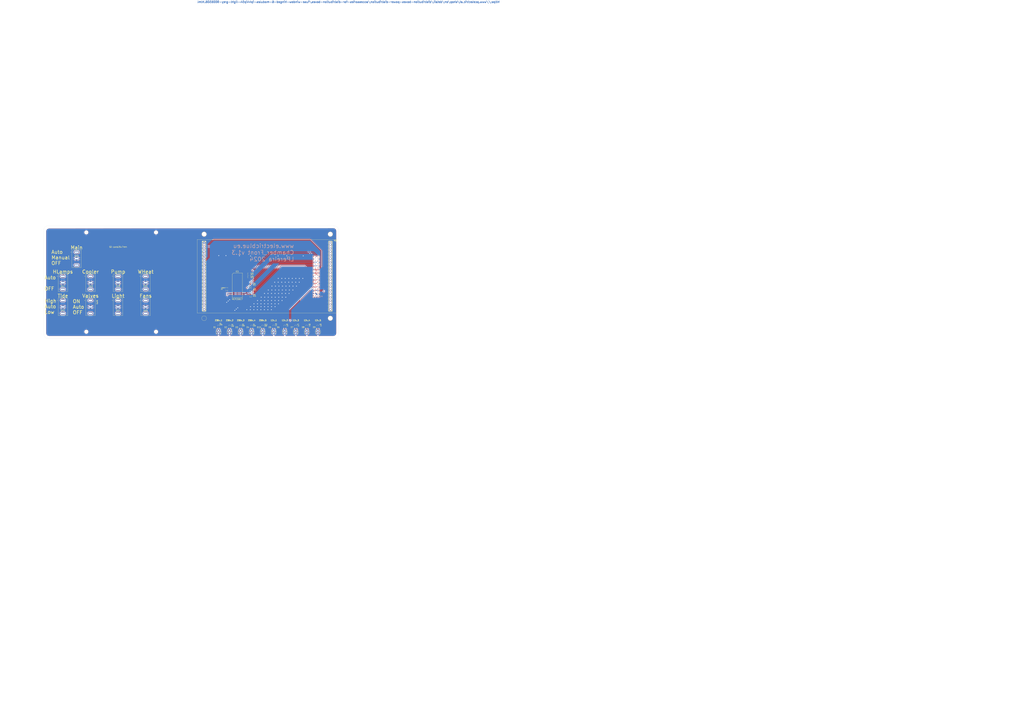
<source format=kicad_pcb>
(kicad_pcb (version 20240108) (generator "pcbnew") (generator_version "8.0")
  (layers (0 "F.Cu" signal) (31 "B.Cu" signal) (34 "B.Paste" user) (35 "F.Paste" user) (36 "B.SilkS" user "B.Silkscreen") (37 "F.SilkS" user "F.Silkscreen") (38 "B.Mask" user) (39 "F.Mask" user) (44 "Edge.Cuts" user))
  (net 0 "")
  (net 1 "Net-(D1-A)")
  (net 2 "Net-(D2-A)")
  (net 3 "Net-(D3-A)")
  (net 4 "Net-(D4-A)")
  (net 5 "Net-(D5-A)")
  (net 6 "Net-(D6-A)")
  (net 7 "Net-(D7-A)")
  (net 8 "Net-(D8-A)")
  (net 9 "Net-(D9-A)")
  (net 10 "/Switches/FAN_Manual_ON")
  (net 11 "/Switches/Light_Manual_OFF")
  (net 12 "/Switches/Light_Manual_ON")
  (net 13 "GND")
  (net 14 "/I2C_SDA")
  (net 15 "/I2C_SCL")
  (net 16 "/Switches/FAN_Manual_OFF")
  (net 17 "/Switches/Water_Heat_Manual_OFF")
  (net 18 "/Switches/Heat_Lamp_Manual_OFF")
  (net 19 "/Switches/Tide_Manual_LOW")
  (net 20 "/Switches/Tide_Manual_HIGH")
  (net 21 "/Switches/All_OFF")
  (net 22 "/Switches/All_Manual")
  (net 23 "/LED_12v_5")
  (net 24 "/LED_12v_4")
  (net 25 "/LED_12v_3")
  (net 26 "/LED_12v_2")
  (net 27 "/LED_12v_1")
  (net 28 "/LED_230v_4")
  (net 29 "/LED_230v_3")
  (net 30 "/LED_230v_2")
  (net 31 "/LED_230v_1")
  (net 32 "/SPI_SCK")
  (net 33 "/SPI_MISO")
  (net 34 "/SPI_MOSI")
  (net 35 "/SPI_CS_TFT")
  (net 36 "/DC_TFT")
  (net 37 "Net-(D10-A)")
  (net 39 "/Int_Sw1")
  (net 41 "Net-(IC1-A0)")
  (net 42 "/Switches/Water_Chiller_OFF")
  (net 43 "+3.3V")
  (net 44 "/Switches/Valves_Manual_Out")
  (net 45 "/Int_Sw2")
  (net 46 "/Switches/Valves_Manual_Enter")
  (net 47 "Net-(IC1-GA6)")
  (net 48 "/Switches/Chiller_Pump_OFF")
  (net 49 "Net-(IC1-GA7)")
  (net 50 "/LED_230v_5")
  (net 83 "+5V")
  (footprint "lsts-passives:R_0603" (layer "F.Cu") (at 166.75 123.7 90)
    (property "Reference" "R1")
    (property "Value" "330")
  )
  (footprint "lsts-passives:R_0603" (layer "F.Cu") (at 182.75 123.7 90)
    (property "Reference" "R3")
    (property "Value" "330")
  )
  (footprint "lsts-passives:R_0603" (layer "F.Cu") (at 190.75 123.7 90)
    (property "Reference" "R4")
    (property "Value" "330")
  )
  (footprint "lsts-passives:R_0603" (layer "F.Cu") (at 206.75 123.7 90)
    (property "Reference" "R5")
    (property "Value" "1k")
  )
  (footprint "lsts-passives:R_0603" (layer "F.Cu") (at 214.75 123.7 90)
    (property "Reference" "R6")
    (property "Value" "1k")
  )
  (footprint "lsts-passives:R_0603" (layer "F.Cu") (at 222.75 123.7 90)
    (property "Reference" "R7")
    (property "Value" "1k")
  )
  (footprint "lsts-passives:R_0603" (layer "F.Cu") (at 230.75 123.7 90)
    (property "Reference" "R8")
    (property "Value" "1k")
  )
  (footprint "lsts-passives:R_0603" (layer "F.Cu") (at 238.75 123.7 90)
    (property "Reference" "R9")
    (property "Value" "1k")
  )
  (footprint "lsts-passives:R_0603" (layer "F.Cu") (at 198.75 123.7 90)
    (property "Reference" "R10")
    (property "Value" "330")
  )
  (footprint "lsts-passives:R_0603" (layer "F.Cu") (at 174.75 123.7 90)
    (property "Reference" "R2")
    (property "Value" "330")
  )
  (footprint "lsts-discretes:LED_D3.0mm" (layer "F.Cu") (at 166.8 126.2 -90)
    (property "Reference" "D1")
    (property "Value" "LED" (hide yes))
  )
  (footprint "lsts-discretes:LED_D3.0mm" (layer "F.Cu") (at 174.8 126.2 -90)
    (property "Reference" "D2")
    (property "Value" "LED" (hide yes))
  )
  (footprint "lsts-discretes:LED_D3.0mm" (layer "F.Cu") (at 182.8 126.26 -90)
    (property "Reference" "D3")
    (property "Value" "LED" (hide yes))
  )
  (footprint "lsts-discretes:LED_D3.0mm" (layer "F.Cu") (at 190.8 126.2 -90)
    (property "Reference" "D4")
    (property "Value" "LED" (hide yes))
  )
  (footprint "lsts-discretes:LED_D3.0mm" (layer "F.Cu") (at 206.8 126.2 -90)
    (property "Reference" "D5")
    (property "Value" "LED" (hide yes))
  )
  (footprint "lsts-discretes:LED_D3.0mm" (layer "F.Cu") (at 214.8 126.2 -90)
    (property "Reference" "D6")
    (property "Value" "LED" (hide yes))
  )
  (footprint "lsts-discretes:LED_D3.0mm" (layer "F.Cu") (at 222.8 126.2 -90)
    (property "Reference" "D7")
    (property "Value" "LED" (hide yes))
  )
  (footprint "lsts-discretes:LED_D3.0mm" (layer "F.Cu") (at 230.8 126.2 -90)
    (property "Reference" "D8")
    (property "Value" "LED" (hide yes))
  )
  (footprint "lsts-discretes:LED_D3.0mm" (layer "F.Cu") (at 238.8 126.2 -90)
    (property "Reference" "D9")
    (property "Value" "LED" (hide yes))
  )
  (footprint "lsts-passives:C_0603" (layer "F.Cu") (at 172.81 96.3 -90)
    (property "Reference" "C1")
    (property "Value" "100nF")
  )
  (footprint "lsts-passives:R_0603" (layer "F.Cu") (at 190 101 90)
    (property "Reference" "R13")
    (property "Value" "10k")
  )
  (footprint "lsts-conn:SW_100SP1T1B1M1QEH" (layer "F.Cu") (at 54 91.75 -90)
    (property "Reference" "SW7")
    (property "Value" "SW_SPDT")
  )
  (footprint "lsts-conn:SW_100SP1T1B1M1QEH" (layer "F.Cu") (at 114 91.75 -90)
    (property "Reference" "SW6")
    (property "Value" "SW_SPDT")
  )
  (footprint "lsts-discretes:LED_D3.0mm" (layer "F.Cu") (at 198.8 126.2 -90)
    (property "Reference" "D10")
    (property "Value" "LED" (hide yes))
  )
  (footprint "lsts-passives:R_0603" (layer "F.Cu") (at 189 85.35 180)
    (property "Reference" "R14")
    (property "Value" "10k")
  )
  (footprint "lsts-passives:R_0603" (layer "F.Cu") (at 189 87.46 180)
    (property "Reference" "R15")
    (property "Value" "10k")
  )
  (footprint "lsts-conn:SW_100SP1T1B1M1QEH" (layer "F.Cu") (at 64 74.25 -90)
    (property "Reference" "SW1")
    (property "Value" "SW_SPDT")
  )
  (footprint "lsts-conn:SW_100SP1T1B1M1QEH" (layer "F.Cu") (at 74 109.25 -90)
    (property "Reference" "SW9")
    (property "Value" "SW_SPDT")
  )
  (footprint "lsts-conn:SW_100SP1T1B1M1QEH" (layer "F.Cu") (at 94 109.25 -90)
    (property "Reference" "SW4")
    (property "Value" "SW_SPDT")
  )
  (footprint "lsts-passives:R_0603" (layer "F.Cu") (at 189.91 93.57 90)
    (property "Reference" "R11")
    (property "Value" "10k")
  )
  (footprint "lsts-conn:TFT_3.5''Adafruit_40pin" (layer "F.Cu") (at 247.782 61.604 -90)
    (property "Reference" "P2")
    (property "Value" "CONN_1x40-lsts-conn" (hide yes))
  )
  (footprint "lsts-conn:SW_100SP1T1B1M1QEH" (layer "F.Cu") (at 54 109.25 -90)
    (property "Reference" "SW2")
    (property "Value" "SW_SPDT")
  )
  (footprint "lsts-conn:SW_100SP1T1B1M1QEH" (layer "F.Cu") (at 94 91.75 -90)
    (property "Reference" "SW8")
    (property "Value" "SW_SPDT")
  )
  (footprint "lsts-ic:SOIC28W" (layer "F.Cu") (at 180.38 93.61)
    (property "Reference" "IC1")
    (property "Value" "MCP23017")
  )
  (footprint "lsts-conn:SW_100SP1T1B1M1QEH" (layer "F.Cu") (at 114 109.25 -90)
    (property "Reference" "SW5")
    (property "Value" "SW_SPDT")
  )
  (footprint "lsts-conn:SW_100SP1T1B1M1QEH" (layer "F.Cu") (at 74 91.75 -90)
    (property "Reference" "SW3")
    (property "Value" "SW_SPDT")
  )
  (footprint "lsts-passives:R_0603" (layer "F.Cu") (at 189.92 96.63 90)
    (property "Reference" "R12")
    (property "Value" "10k")
  )
  (footprint "lsts-conn:PIN_ARRAY_12x2" (layer "B.Cu") (at 237.622 98.7 90)
    (property "Reference" "P1")
    (property "Value" "CONN_24x1" (hide yes))
  )
  (gr_arc (start 43.8 132.25) (mid 41.112994 131.137006) (end 40 128.45) (stroke (width 0.05)) (layer "Edge.Cuts"))
  (gr_line (start 250.2 50.25) (end 43.8 50.25) (stroke (width 0.05)) (layer "Edge.Cuts"))
  (gr_circle (center 121.5 127.25) (end 123 127.25) (stroke (width 0.1)) (fill none) (layer "Edge.Cuts"))
  (gr_line (start 254 128.45) (end 254 54.05) (stroke (width 0.05)) (layer "Edge.Cuts"))
  (gr_circle (center 71 55.25) (end 72.5 55.25) (stroke (width 0.1)) (fill none) (layer "Edge.Cuts"))
  (gr_arc (start 250.2 50.25) (mid 252.887006 51.362994) (end 254 54.05) (stroke (width 0.05)) (layer "Edge.Cuts"))
  (gr_line (start 40 54.05) (end 40 128.45) (stroke (width 0.05)) (layer "Edge.Cuts"))
  (gr_circle (center 121.5 55.25) (end 123 55.25) (stroke (width 0.1)) (fill none) (layer "Edge.Cuts"))
  (gr_arc (start 254 128.45) (mid 252.887006 131.137006) (end 250.2 132.25) (stroke (width 0.05)) (layer "Edge.Cuts"))
  (gr_circle (center 71 127.25) (end 72.5 127.25) (stroke (width 0.1)) (fill none) (layer "Edge.Cuts"))
  (gr_arc (start 40 54.05) (mid 41.112994 51.362994) (end 43.8 50.25) (stroke (width 0.05)) (layer "Edge.Cuts"))
  (gr_line (start 43.8 132.25) (end 250.2 132.25) (stroke (width 0.05)) (layer "Edge.Cuts"))
  (gr_text "https://www.pcelectric.at/shop/en/detail/distribution-boxes-power-distribution/accessories-for-distribution-boxes/fuse-window-hinged-6-modules-ip44ip54-light-grey-9006506.html" (at 260.95 -111.85 0) (layer "B.Cu") (effects (font (size 1.5 1.5) (thickness 0.3)) (justify mirror)))
  (gr_text "www.electricblue.eu\nChamber_Front v1.3\nLPereira 2024" (at 221.64 69.84 0) (layer "B.SilkS") (effects (font (size 3 3) (thickness 0.3)) (justify left mirror)))
  (gr_text "Cooler" (at 74 83.75 0) (layer "F.SilkS") (effects (font (size 2.5 2.5) (thickness 0.4))))
  (gr_text "Auto\n\nOFF" (at 40.5 92 0) (layer "F.SilkS") (effects (font (size 2.5 2.5) (thickness 0.4)) (justify left)))
  (gr_text "12v_5" (at 238.8 119 0) (layer "F.SilkS") (effects (font (size 1 1) (thickness 0.25))))
  (gr_text "230v_5" (at 198.8 119 0) (layer "F.SilkS") (effects (font (size 1 1) (thickness 0.25))))
  (gr_text "230v_4" (at 190.8 119 0) (layer "F.SilkS") (effects (font (size 1 1) (thickness 0.25))))
  (gr_text "Fans" (at 114 101.25 0) (layer "F.SilkS") (effects (font (size 2.5 2.5) (thickness 0.4))))
  (gr_text "12v_3" (at 222.8 119 0) (layer "F.SilkS") (effects (font (size 1 1) (thickness 0.25))))
  (gr_text "HLamps" (at 54 83.75 0) (layer "F.SilkS") (effects (font (size 2.5 2.5) (thickness 0.4))))
  (gr_text "Valves" (at 74 101.25 0) (layer "F.SilkS") (effects (font (size 2.5 2.5) (thickness 0.4))))
  (gr_text "12v_2" (at 214.8 119 0) (layer "F.SilkS") (effects (font (size 1 1) (thickness 0.25))))
  (gr_text "230v_3" (at 182.8 119 0) (layer "F.SilkS") (effects (font (size 1 1) (thickness 0.25))))
  (gr_text "SD card:25x7mm" (at 94 65.8 0) (layer "F.SilkS") (effects (font (size 1 1))))
  (gr_text "Tide" (at 54 101.25 0) (layer "F.SilkS") (effects (font (size 2.5 2.5) (thickness 0.4))))
  (gr_text "12v_1" (at 206.8 119 0) (layer "F.SilkS") (effects (font (size 1 1) (thickness 0.25))))
  (gr_text "230v_1" (at 166.8 119 0) (layer "F.SilkS") (effects (font (size 1 1) (thickness 0.25))))
  (gr_text "ON\nAuto\nOFF\n" (at 61 109.25 0) (layer "F.SilkS") (effects (font (size 2.5 2.5) (thickness 0.4)) (justify left)))
  (gr_text "12v_4" (at 230.8 119 0) (layer "F.SilkS") (effects (font (size 1 1) (thickness 0.25))))
  (gr_text "Light" (at 94 101.25 0) (layer "F.SilkS") (effects (font (size 2.5 2.5) (thickness 0.4))))
  (gr_text "Main" (at 64 66.25 0) (layer "F.SilkS") (effects (font (size 2.5 2.5) (thickness 0.4))))
  (gr_text "230v_2" (at 174.8 119 0) (layer "F.SilkS") (effects (font (size 1 1) (thickness 0.25))))
  (gr_text "High\nAuto\nLow" (at 40.64 108.97 0) (layer "F.SilkS") (effects (font (size 2.5 2.5) (thickness 0.4)) (justify left)))
  (gr_text "WHeat" (at 114 83.75 0) (layer "F.SilkS") (effects (font (size 2.5 2.5) (thickness 0.4))))
  (gr_text "Auto\nManual\nOFF" (at 45.5 73.5 0) (layer "F.SilkS") (effects (font (size 2.5 2.5) (thickness 0.375)) (justify left)))
  (gr_text "Pump" (at 94 83.75 0) (layer "F.SilkS") (effects (font (size 2.5 2.5) (thickness 0.4))))
  (segment (start 166.8 126.5) (end 166.8 124.512) (width 0.3) (layer "F.Cu") (net 1))
  (segment (start 174.75 124.462) (end 174.75 126.25) (width 0.3) (layer "F.Cu") (net 2))
  (segment (start 182.75 124.462) (end 182.75 126.21) (width 0.3) (layer "F.Cu") (net 3))
  (segment (start 190.75 124.462) (end 190.75 126.9) (width 0.3) (layer "F.Cu") (net 4))
  (segment (start 206.75 124.462) (end 206.75 126.15) (width 0.3) (layer "F.Cu") (net 5))
  (segment (start 214.75 124.462) (end 214.75 126.15) (width 0.5) (layer "F.Cu") (net 6))
  (segment (start 222.75 124.462) (end 222.75 126.15) (width 0.5) (layer "F.Cu") (net 7))
  (segment (start 230.75 124.462) (end 230.75 126.15) (width 0.5) (layer "F.Cu") (net 8))
  (segment (start 238.75 124.462) (end 238.75 126.15) (width 0.5) (layer "F.Cu") (net 9))
  (segment (start 184.105 92.975) (end 185.08 92.975) (width 0.3) (layer "F.Cu") (net 10))
  (segment (start 165.471318 120.53) (end 181.5 104.501318) (width 0.3) (layer "F.Cu") (net 10))
  (segment (start 181.5 104.501318) (end 181.5 95.58) (width 0.3) (layer "F.Cu") (net 10))
  (segment (start 137.671576 103.01) (end 142.216447 107.554871) (width 0.3) (layer "F.Cu") (net 10))
  (segment (start 181.5 95.58) (end 184.105 92.975) (width 0.3) (layer "F.Cu") (net 10))
  (segment (start 114 104.55) (end 115.54 103.01) (width 0.3) (layer "F.Cu") (net 10))
  (segment (start 115.54 103.01) (end 137.671576 103.01) (width 0.3) (layer "F.Cu") (net 10))
  (segment (start 142.216447 113.964871) (end 148.781576 120.53) (width 0.3) (layer "F.Cu") (net 10))
  (segment (start 148.781576 120.53) (end 165.471318 120.53) (width 0.3) (layer "F.Cu") (net 10))
  (segment (start 142.216447 107.554871) (end 142.216447 113.964871) (width 0.3) (layer "F.Cu") (net 10))
  (segment (start 96.58 101.97) (end 138.045788 101.97) (width 0.3) (layer "F.Cu") (net 11))
  (segment (start 180.33 104.257107) (end 180.33 94.455) (width 0.3) (layer "F.Cu") (net 11))
  (segment (start 138.045788 101.97) (end 143.216447 107.140659) (width 0.3) (layer "F.Cu") (net 11))
  (segment (start 148.905788 119.24) (end 165.347106 119.24) (width 0.3) (layer "F.Cu") (net 11))
  (segment (start 94 104.55) (end 96.58 101.97) (width 0.3) (layer "F.Cu") (net 11))
  (segment (start 180.33 94.455) (end 184.35 90.435) (width 0.3) (layer "F.Cu") (net 11))
  (segment (start 165.347106 119.24) (end 180.33 104.257107) (width 0.3) (layer "F.Cu") (net 11))
  (segment (start 184.35 90.435) (end 185.08 90.435) (width 0.3) (layer "F.Cu") (net 11))
  (segment (start 143.216447 113.550659) (end 148.905788 119.24) (width 0.3) (layer "F.Cu") (net 11))
  (segment (start 143.216447 107.140659) (end 143.216447 113.550659) (width 0.3) (layer "F.Cu") (net 11))
  (segment (start 94 113.95) (end 105.44 102.51) (width 0.3) (layer "F.Cu") (net 12))
  (segment (start 142.716447 113.757765) (end 148.698682 119.74) (width 0.3) (layer "F.Cu") (net 12))
  (segment (start 148.698682 119.74) (end 165.554212 119.74) (width 0.3) (layer "F.Cu") (net 12))
  (segment (start 137.878682 102.51) (end 142.716447 107.347765) (width 0.3) (layer "F.Cu") (net 12))
  (segment (start 180.83 95.225) (end 184.35 91.705) (width 0.3) (layer "F.Cu") (net 12))
  (segment (start 142.716447 107.347765) (end 142.716447 113.757765) (width 0.3) (layer "F.Cu") (net 12))
  (segment (start 105.44 102.51) (end 137.878682 102.51) (width 0.3) (layer "F.Cu") (net 12))
  (segment (start 165.554212 119.74) (end 180.83 104.464214) (width 0.3) (layer "F.Cu") (net 12))
  (segment (start 180.83 104.464214) (end 180.83 95.225) (width 0.3) (layer "F.Cu") (net 12))
  (segment (start 184.35 91.705) (end 185.08 91.705) (width 0.3) (layer "F.Cu") (net 12))
  (segment (start 185.08 100.595) (end 185.08 99.325) (width 0.3) (layer "F.Cu") (net 13))
  (via (at 222.76 88.61) (size 1) (drill 0.6) (layers "F.Cu" "B.Cu") (net 13))
  (via (at 202.8 102.21) (size 1) (drill 0.6) (layers "F.Cu" "B.Cu") (net 13))
  (via (at 215.14 88.61) (size 1) (drill 0.6) (layers "F.Cu" "B.Cu") (net 13))
  (via (at 205.34 102.21) (size 1) (drill 0.6) (layers "F.Cu" "B.Cu") (net 13))
  (via (at 202.85 97.02) (size 1) (drill 0.6) (layers "F.Cu" "B.Cu") (net 13))
  (via (at 215.64 94.17) (size 1) (drill 0.6) (layers "F.Cu" "B.Cu") (net 13))
  (via (at 207.75 109.04) (size 1) (drill 0.6) (layers "F.Cu" "B.Cu") (net 13))
  (via (at 217.63 91.33) (size 1) (drill 0.6) (layers "F.Cu" "B.Cu") (net 13))
  (via (at 202.61 99.51) (size 1) (drill 0.6) (layers "F.Cu" "B.Cu") (net 13))
  (via (at 192.46 106.98) (size 1) (drill 0.6) (layers "F.Cu" "B.Cu") (net 13))
  (via (at 222.71 91.33) (size 1) (drill 0.6) (layers "F.Cu" "B.Cu") (net 13))
  (via (at 220.63 97.02) (size 1) (drill 0.6) (layers "F.Cu" "B.Cu") (net 13))
  (via (at 205.15 99.51) (size 1) (drill 0.6) (layers "F.Cu" "B.Cu") (net 13))
  (via (at 202.51 111.25) (size 1) (drill 0.6) (layers "F.Cu" "B.Cu") (net 13))
  (via (at 218.09 97.02) (size 1) (drill 0.6) (layers "F.Cu" "B.Cu") (net 13))
  (via (at 216.26 72.25) (size 1) (drill 0.6) (layers "F.Cu" "B.Cu") (net 13))
  (via (at 174.85 104.04) (size 1) (drill 0.6) (layers "F.Cu" "B.Cu") (net 13))
  (via (at 205.48 94.17) (size 1) (drill 0.6) (layers "F.Cu" "B.Cu") (net 13))
  (via (at 172.72 105.93) (size 1) (drill 0.6) (layers "F.Cu" "B.Cu") (net 13))
  (via (at 215.31 99.51) (size 1) (drill 0.6) (layers "F.Cu" "B.Cu") (net 13))
  (via (at 197.43 111.25) (size 1) (drill 0.6) (layers "F.Cu" "B.Cu") (net 13))
  (via (at 200.08 106.98) (size 1) (drill 0.6) (layers "F.Cu" "B.Cu") (net 13))
  (via (at 213.01 97.02) (size 1) (drill 0.6) (layers "F.Cu" "B.Cu") (net 13))
  (via (at 197.59 109.04) (size 1) (drill 0.6) (layers "F.Cu" "B.Cu") (net 13))
  (via (at 207.93 97.02) (size 1) (drill 0.6) (layers "F.Cu" "B.Cu") (net 13))
  (via (at 220.72 94.17) (size 1) (drill 0.6) (layers "F.Cu" "B.Cu") (net 13))
  (via (at 207.47 91.33) (size 1) (drill 0.6) (layers "F.Cu" "B.Cu") (net 13))
  (via (at 210.24 106.98) (size 1) (drill 0.6) (layers "F.Cu" "B.Cu") (net 13))
  (via (at 187.27 111.25) (size 1) (drill 0.6) (layers "F.Cu" "B.Cu") (net 13))
  (via (at 212.77 99.51) (size 1) (drill 0.6) (layers "F.Cu" "B.Cu") (net 13))
  (via (at 207.7 106.98) (size 1) (drill 0.6) (layers "F.Cu" "B.Cu") (net 13))
  (via (at 212.8 104.63) (size 1) (drill 0.6) (layers "F.Cu" "B.Cu") (net 13))
  (via (at 210.01 91.33) (size 1) (drill 0.6) (layers "F.Cu" "B.Cu") (net 13))
  (via (at 225.3 88.61) (size 1) (drill 0.6) (layers "F.Cu" "B.Cu") (net 13))
  (via (at 166.96 72.05) (size 1) (drill 0.6) (layers "F.Cu" "B.Cu") (net 13))
  (via (at 210.23 99.51) (size 1) (drill 0.6) (layers "F.Cu" "B.Cu") (net 13))
  (via (at 189.97 109.04) (size 1) (drill 0.6) (layers "F.Cu" "B.Cu") (net 13))
  (via (at 205.39 97.02) (size 1) (drill 0.6) (layers "F.Cu" "B.Cu") (net 13))
  (via (at 195 106.98) (size 1) (drill 0.6) (layers "F.Cu" "B.Cu") (net 13))
  (via (at 217.85 99.51) (size 1) (drill 0.6) (layers "F.Cu" "B.Cu") (net 13))
  (via (at 207.88 102.21) (size 1) (drill 0.6) (layers "F.Cu" "B.Cu") (net 13))
  (via (at 210.47 97.02) (size 1) (drill 0.6) (layers "F.Cu" "B.Cu") (net 13))
  (via (at 197.54 106.98) (size 1) (drill 0.6) (layers "F.Cu" "B.Cu") (net 13))
  (via (at 172.16 72.05) (size 1) (drill 0.6) (layers "F.Cu" "B.Cu") (net 13))
  (via (at 215.5 102.21) (size 1) (drill 0.6) (layers "F.Cu" "B.Cu") (net 13))
  (via (at 205.21 109.04) (size 1) (drill 0.6) (layers "F.Cu" "B.Cu") (net 13))
  (via (at 205.18 104.63) (size 1) (drill 0.6) (layers "F.Cu" "B.Cu") (net 13))
  (via (at 180.71 109.89) (size 1) (drill 0.6) (layers "F.Cu" "B.Cu") (net 13))
  (via (at 189.81 111.25) (size 1) (drill 0.6) (layers "F.Cu" "B.Cu") (net 13))
  (via (at 212.55 91.33) (size 1) (drill 0.6) (layers "F.Cu" "B.Cu") (net 13))
  (via (at 192.35 111.25) (size 1) (drill 0.6) (layers "F.Cu" "B.Cu") (net 13))
  (via (at 202.64 104.63) (size 1) (drill 0.6) (layers "F.Cu" "B.Cu") (net 13))
  (via (at 210.42 102.21) (size 1) (drill 0.6) (layers "F.Cu" "B.Cu") (net 13))
  (via (at 192.51 109.04) (size 1) (drill 0.6) (layers "F.Cu" "B.Cu") (net 13))
  (via (at 195.05 109.04) (size 1) (drill 0.6) (layers "F.Cu" "B.Cu") (net 13))
  (via (at 220.22 88.61) (size 1) (drill 0.6) (layers "F.Cu" "B.Cu") (net 13))
  (via (at 223.26 94.17) (size 1) (drill 0.6) (layers "F.Cu" "B.Cu") (net 13))
  (via (at 215.55 97.02) (size 1) (drill 0.6) (layers "F.Cu" "B.Cu") (net 13))
  (via (at 195.02 104.63) (size 1) (drill 0.6) (layers "F.Cu" "B.Cu") (net 13))
  (via (at 197.72 102.21) (size 1) (drill 0.6) (layers "F.Cu" "B.Cu") (net 13))
  (via (at 200.1 104.63) (size 1) (drill 0.6) (layers "F.Cu" "B.Cu") (net 13))
  (via (at 212.96 102.21) (size 1) (drill 0.6) (layers "F.Cu" "B.Cu") (net 13))
  (via (at 208.02 94.17) (size 1) (drill 0.6) (layers "F.Cu" "B.Cu") (net 13))
  (via (at 227.84 88.61) (size 1) (drill 0.6) (layers "F.Cu" "B.Cu") (net 13))
  (via (at 207.72 104.63) (size 1) (drill 0.6) (layers "F.Cu" "B.Cu") (net 13))
  (via (at 173.79 104.97) (size 1) (drill 0.6) (layers "F.Cu" "B.Cu") (net 13))
  (via (at 178.58 111.78) (size 1) (drill 0.6) (layers "F.Cu" "B.Cu") (net 13))
  (via (at 220.17 91.33) (size 1) (drill 0.6) (layers "F.Cu" "B.Cu") (net 13))
  (via (at 199.97 111.25) (size 1) (drill 0.6) (layers "F.Cu" "B.Cu") (net 13))
  (via (at 215.09 91.33) (size 1) (drill 0.6) (layers "F.Cu" "B.Cu") (net 13))
  (via (at 200.26 102.21) (size 1) (drill 0.6) (layers "F.Cu" "B.Cu") (net 13))
  (via (at 210.06 88.61) (size 1) (drill 0.6) (layers "F.Cu" "B.Cu") (net 13))
  (via (at 210.26 104.63) (size 1) (drill 0.6) (layers "F.Cu" "B.Cu") (net 13))
  (via (at 205.16 106.98) (size 1) (drill 0.6) (layers "F.Cu" "B.Cu") (net 13))
  (via (at 181.96 72.15) (size 1) (drill 0.6) (layers "F.Cu" "B.Cu") (net 13))
  (via (at 207.69 99.51) (size 1) (drill 0.6) (layers "F.Cu" "B.Cu") (net 13))
  (via (at 228.16 72.25) (size 1) (drill 0.6) (layers "F.Cu" "B.Cu") (net 13))
  (via (at 210.56 94.17) (size 1) (drill 0.6) (layers "F.Cu" "B.Cu") (net 13))
  (via (at 202.62 106.98) (size 1) (drill 0.6) (layers "F.Cu" "B.Cu") (net 13))
  (via (at 194.89 111.25) (size 1) (drill 0.6) (layers "F.Cu" "B.Cu") (net 13))
  (via (at 179.65 110.82) (size 1) (drill 0.6) (layers "F.Cu" "B.Cu") (net 13))
  (via (at 202.67 109.04) (size 1) (drill 0.6) (layers "F.Cu" "B.Cu") (net 13))
  (via (at 209.96 72.35) (size 1) (drill 0.6) (layers "F.Cu" "B.Cu") (net 13))
  (via (at 197.56 104.63) (size 1) (drill 0.6) (layers "F.Cu" "B.Cu") (net 13))
  (via (at 213.1 94.17) (size 1) (drill 0.6) (layers "F.Cu" "B.Cu") (net 13))
  (via (at 217.68 88.61) (size 1) (drill 0.6) (layers "F.Cu" "B.Cu") (net 13))
  (via (at 218.18 94.17) (size 1) (drill 0.6) (layers "F.Cu" "B.Cu") (net 13))
  (via (at 200.07 99.51) (size 1) (drill 0.6) (layers "F.Cu" "B.Cu") (net 13))
  (via (at 189.96 72.35) (size 1) (drill 0.6) (layers "F.Cu" "B.Cu") (net 13))
  (via (at 200.13 109.04) (size 1) (drill 0.6) (layers "F.Cu" "B.Cu") (net 13))
  (via (at 225.25 91.33) (size 1) (drill 0.6) (layers "F.Cu" "B.Cu") (net 13))
  (via (at 205.05 111.25) (size 1) (drill 0.6) (layers "F.Cu" "B.Cu") (net 13))
  (via (at 212.6 88.61) (size 1) (drill 0.6) (layers "F.Cu" "B.Cu") (net 13))
  (segment (start 172.73 105.93) (end 178.58 111.78) (width 0.3) (layer "B.Cu") (net 13))
  (segment (start 174.86 104.04) (end 180.71 109.89) (width 0.3) (layer "B.Cu") (net 13))
  (segment (start 173.8 104.97) (end 179.65 110.82) (width 0.3) (layer "B.Cu") (net 13))
  (segment (start 172.72 105.93) (end 172.73 105.93) (width 0.3) (layer "B.Cu") (net 13))
  (segment (start 175.68 100.595) (end 173.125 100.595) (width 0.3) (layer "F.Cu") (net 14))
  (segment (start 173.125 100.595) (end 173.11 100.61) (width 0.3) (layer "F.Cu") (net 14))
  (via (at 173.11 100.61) (size 1) (drill 0.6) (layers "F.Cu" "B.Cu") (net 14))
  (segment (start 173.11 100.61) (end 173.86 99.86) (width 0.3) (layer "B.Cu") (net 14))
  (segment (start 191.82 99.86) (end 212.188 79.492) (width 0.3) (layer "B.Cu") (net 14))
  (segment (start 237.78 79.492) (end 238.892 78.38) (width 0.3) (layer "B.Cu") (net 14))
  (segment (start 173.86 99.86) (end 191.82 99.86) (width 0.3) (layer "B.Cu") (net 14))
  (segment (start 212.188 79.492) (end 237.78 79.492) (width 0.3) (layer "B.Cu") (net 14))
  (segment (start 173.1 99.36) (end 175.645 99.36) (width 0.3) (layer "F.Cu") (net 15))
  (segment (start 175.645 99.36) (end 175.68 99.325) (width 0.3) (layer "F.Cu") (net 15))
  (via (at 173.1 99.36) (size 1) (drill 0.6) (layers "F.Cu" "B.Cu") (net 15))
  (segment (start 190.41 99.1) (end 190.15 99.36) (width 0.3) (layer "B.Cu") (net 15))
  (segment (start 211.13 78.38) (end 190.41 99.1) (width 0.3) (layer "B.Cu") (net 15))
  (segment (start 236.352 78.38) (end 211.13 78.38) (width 0.3) (layer "B.Cu") (net 15))
  (segment (start 190.15 99.36) (end 173.1 99.36) (width 0.3) (layer "B.Cu") (net 15))
  (segment (start 114 113.95) (end 115.43 113.95) (width 0.3) (layer "F.Cu") (net 16))
  (segment (start 115.43 113.95) (end 125.87 103.51) (width 0.3) (layer "F.Cu") (net 16))
  (segment (start 182.16 104.548424) (end 182.16 96.465) (width 0.3) (layer "F.Cu") (net 16))
  (segment (start 165.678424 121.03) (end 182.16 104.548424) (width 0.3) (layer "F.Cu") (net 16))
  (segment (start 182.16 96.465) (end 184.38 94.245) (width 0.3) (layer "F.Cu") (net 16))
  (segment (start 137.46447 103.51) (end 141.577235 107.622765) (width 0.3) (layer "F.Cu") (net 16))
  (segment (start 184.38 94.245) (end 185.08 94.245) (width 0.3) (layer "F.Cu") (net 16))
  (segment (start 125.87 103.51) (end 137.46447 103.51) (width 0.3) (layer "F.Cu") (net 16))
  (segment (start 141.577235 114.032765) (end 148.57447 121.03) (width 0.3) (layer "F.Cu") (net 16))
  (segment (start 148.57447 121.03) (end 165.678424 121.03) (width 0.3) (layer "F.Cu") (net 16))
  (segment (start 141.577235 107.622765) (end 141.577235 114.032765) (width 0.3) (layer "F.Cu") (net 16))
  (segment (start 169.22 94.72) (end 169.22 110.167106) (width 0.3) (layer "F.Cu") (net 17))
  (segment (start 117.84 84.62) (end 115.41 87.05) (width 0.3) (layer "F.Cu") (net 17))
  (segment (start 137.275788 84.62) (end 117.84 84.62) (width 0.3) (layer "F.Cu") (net 17))
  (segment (start 163.007106 116.38) (end 149.584468 116.38) (width 0.3) (layer "F.Cu") (net 17))
  (segment (start 149.584468 116.38) (end 145.716447 112.511977) (width 0.3) (layer "F.Cu") (net 17))
  (segment (start 145.716447 112.511977) (end 145.716447 93.060659) (width 0.3) (layer "F.Cu") (net 17))
  (segment (start 145.716447 93.060659) (end 137.275788 84.62) (width 0.3) (layer "F.Cu") (net 17))
  (segment (start 175.68 91.705) (end 172.235 91.705) (width 0.3) (layer "F.Cu") (net 17))
  (segment (start 172.235 91.705) (end 169.22 94.72) (width 0.3) (layer "F.Cu") (net 17))
  (segment (start 115.41 87.05) (end 114 87.05) (width 0.3) (layer "F.Cu") (net 17))
  (segment (start 169.22 110.167106) (end 163.007106 116.38) (width 0.3) (layer "F.Cu") (net 17))
  (segment (start 138.97 83.02) (end 147.76 91.81) (width 0.3) (layer "F.Cu") (net 18))
  (segment (start 167.17 92.03) (end 171.305 87.895) (width 0.3) (layer "F.Cu") (net 18))
  (segment (start 167.17 109.67) (end 167.17 92.03) (width 0.3) (layer "F.Cu") (net 18))
  (segment (start 171.305 87.895) (end 175.68 87.895) (width 0.3) (layer "F.Cu") (net 18))
  (segment (start 54 86.145) (end 57.125 83.02) (width 0.3) (layer "F.Cu") (net 18))
  (segment (start 147.76 112.434212) (end 150.005788 114.68) (width 0.3) (layer "F.Cu") (net 18))
  (segment (start 147.76 91.81) (end 147.76 112.434212) (width 0.3) (layer "F.Cu") (net 18))
  (segment (start 57.125 83.02) (end 138.97 83.02) (width 0.3) (layer "F.Cu") (net 18))
  (segment (start 150.005788 114.68) (end 162.16 114.68) (width 0.3) (layer "F.Cu") (net 18))
  (segment (start 162.16 114.68) (end 167.17 109.67) (width 0.3) (layer "F.Cu") (net 18))
  (segment (start 54 87.05) (end 54 86.145) (width 0.3) (layer "F.Cu") (net 18))
  (segment (start 144.716447 112.926189) (end 144.716447 105.916447) (width 0.3) (layer "F.Cu") (net 19))
  (segment (start 175.68 94.245) (end 172.205 94.245) (width 0.3) (layer "F.Cu") (net 19))
  (segment (start 163.401318 117.4) (end 149.190258 117.4) (width 0.3) (layer "F.Cu") (net 19))
  (segment (start 172.205 94.245) (end 170.29 96.16) (width 0.3) (layer "F.Cu") (net 19))
  (segment (start 66.19 100.02) (end 54 112.21) (width 0.3) (layer "F.Cu") (net 19))
  (segment (start 170.29 110.511319) (end 163.401318 117.4) (width 0.3) (layer "F.Cu") (net 19))
  (segment (start 138.82 100.02) (end 66.19 100.02) (width 0.3) (layer "F.Cu") (net 19))
  (segment (start 144.716447 105.916447) (end 138.82 100.02) (width 0.3) (layer "F.Cu") (net 19))
  (segment (start 170.29 96.16) (end 170.29 110.511319) (width 0.3) (layer "F.Cu") (net 19))
  (segment (start 54 112.21) (end 54 113.95) (width 0.3) (layer "F.Cu") (net 19))
  (segment (start 149.190258 117.4) (end 144.716447 112.926189) (width 0.3) (layer "F.Cu") (net 19))
  (segment (start 172.235 92.975) (end 169.79 95.42) (width 0.3) (layer "F.Cu") (net 20))
  (segment (start 169.79 110.304213) (end 163.214212 116.88) (width 0.3) (layer "F.Cu") (net 20))
  (segment (start 145.216447 112.719083) (end 145.216447 105.406447) (width 0.3) (layer "F.Cu") (net 20))
  (segment (start 145.216447 105.406447) (end 139.13 99.32) (width 0.3) (layer "F.Cu") (net 20))
  (segment (start 163.214212 116.88) (end 149.377364 116.88) (width 0.3) (layer "F.Cu") (net 20))
  (segment (start 54 103.645) (end 54 104.55) (width 0.3) (layer "F.Cu") (net 20))
  (segment (start 175.68 92.975) (end 172.235 92.975) (width 0.3) (layer "F.Cu") (net 20))
  (segment (start 149.377364 116.88) (end 145.216447 112.719083) (width 0.3) (layer "F.Cu") (net 20))
  (segment (start 169.79 95.42) (end 169.79 110.304213) (width 0.3) (layer "F.Cu") (net 20))
  (segment (start 139.13 99.32) (end 58.325 99.32) (width 0.3) (layer "F.Cu") (net 20))
  (segment (start 58.325 99.32) (end 54 103.645) (width 0.3) (layer "F.Cu") (net 20))
  (segment (start 139.86 82.47) (end 73.09 82.47) (width 0.3) (layer "F.Cu") (net 21))
  (segment (start 69.57 78.95) (end 73.09 82.47) (width 0.3) (layer "F.Cu") (net 21))
  (segment (start 149.05 113.017106) (end 150.212894 114.18) (width 0.3) (layer "F.Cu") (net 21))
  (segment (start 161.87 114.18) (end 166.4 109.65) (width 0.3) (layer "F.Cu") (net 21))
  (segment (start 171.075 86.625) (end 175.68 86.625) (width 0.3) (layer "F.Cu") (net 21))
  (segment (start 64 78.95) (end 69.57 78.95) (width 0.3) (layer "F.Cu") (net 21))
  (segment (start 150.212894 114.18) (end 161.87 114.18) (width 0.3) (layer "F.Cu") (net 21))
  (segment (start 139.905 82.425) (end 139.86 82.47) (width 0.3) (layer "F.Cu") (net 21))
  (segment (start 166.4 109.65) (end 166.4 91.3) (width 0.3) (layer "F.Cu") (net 21))
  (segment (start 149.05 91.57) (end 149.05 113.017106) (width 0.3) (layer "F.Cu") (net 21))
  (segment (start 139.905 82.425) (end 149.05 91.57) (width 0.3) (layer "F.Cu") (net 21))
  (segment (start 166.4 91.3) (end 171.075 86.625) (width 0.3) (layer "F.Cu") (net 21))
  (segment (start 151.52 113.12) (end 160.73 113.12) (width 0.3) (layer "F.Cu") (net 22))
  (segment (start 170.895 85.355) (end 175.68 85.355) (width 0.3) (layer "F.Cu") (net 22))
  (segment (start 71.67 80.15) (end 73.49 81.97) (width 0.3) (layer "F.Cu") (net 22))
  (segment (start 160.73 113.12) (end 165.12 108.73) (width 0.3) (layer "F.Cu") (net 22))
  (segment (start 165.12 108.73) (end 165.12 91.13) (width 0.3) (layer "F.Cu") (net 22))
  (segment (start 83.42 81.97) (end 83.465 81.925) (width 0.3) (layer "F.Cu") (net 22))
  (segment (start 64 69.55) (end 71.67 77.22) (width 0.3) (layer "F.Cu") (net 22))
  (segment (start 73.49 81.97) (end 83.42 81.97) (width 0.3) (layer "F.Cu") (net 22))
  (segment (start 150.23 90.45) (end 150.23 111.83) (width 0.3) (layer "F.Cu") (net 22))
  (segment (start 71.67 77.22) (end 71.67 80.15) (width 0.3) (layer "F.Cu") (net 22))
  (segment (start 147.755 87.975) (end 150.23 90.45) (width 0.3) (layer "F.Cu") (net 22))
  (segment (start 150.23 111.83) (end 151.52 113.12) (width 0.3) (layer "F.Cu") (net 22))
  (segment (start 83.465 81.925) (end 141.705 81.925) (width 0.3) (layer "F.Cu") (net 22))
  (segment (start 141.705 81.925) (end 147.755 87.975) (width 0.3) (layer "F.Cu") (net 22))
  (segment (start 165.12 91.13) (end 170.895 85.355) (width 0.3) (layer "F.Cu") (net 22))
  (segment (start 243.05 97.85) (end 243.05 118.6) (width 0.3) (layer "F.Cu") (net 23))
  (segment (start 243.05 118.638) (end 238.75 122.938) (width 0.3) (layer "F.Cu") (net 23))
  (via (at 243.05 97.85) (size 1) (drill 0.6) (layers "F.Cu" "B.Cu") (net 23))
  (segment (start 242.587609 97.387609) (end 243.05 97.85) (width 0.3) (layer "B.Cu") (net 23))
  (segment (start 236.352 96.16) (end 237.579609 97.387609) (width 0.3) (layer "B.Cu") (net 23))
  (segment (start 237.579609 97.387609) (end 242.587609 97.387609) (width 0.3) (layer "B.Cu") (net 23))
  (segment (start 241.53 101.338) (end 238.892 98.7) (width 0.3) (layer "F.Cu") (net 24))
  (segment (start 234.75 118.9) (end 234.75 111.55) (width 0.3) (layer "F.Cu") (net 24))
  (segment (start 234.75 111.55) (end 241.53 104.77) (width 0.3) (layer "F.Cu") (net 24))
  (segment (start 241.53 104.77) (end 241.53 101.338) (width 0.3) (layer "F.Cu") (net 24))
  (segment (start 230.75 122.938) (end 234.75 118.938) (width 0.3) (layer "F.Cu") (net 24))
  (segment (start 237.672 97.38) (end 238.892 96.16) (width 0.3) (layer "F.Cu") (net 25))
  (segment (start 226.75 103.65) (end 233.02 97.38) (width 0.3) (layer "F.Cu") (net 25))
  (segment (start 233.02 97.38) (end 237.672 97.38) (width 0.3) (layer "F.Cu") (net 25))
  (segment (start 222.75 122.938) (end 226.75 118.938) (width 0.3) (layer "F.Cu") (net 25))
  (segment (start 226.75 118.9) (end 226.75 103.65) (width 0.3) (layer "F.Cu") (net 25))
  (segment (start 214.75 122.938) (end 218.75 118.938) (width 0.3) (layer "F.Cu") (net 26))
  (segment (start 218.75 118.95) (end 218.7 119) (width 0.3) (layer "F.Cu") (net 26))
  (segment (start 218.75 118.938) (end 218.75 118.95) (width 0.3) (layer "F.Cu") (net 26))
  (via (at 218.7 119) (size 1) (drill 0.6) (layers "F.Cu" "B.Cu") (net 26))
  (segment (start 218.7 119) (end 218.7 111.272) (width 0.3) (layer "B.Cu") (net 26))
  (segment (start 218.7 111.272) (end 236.352 93.62) (width 0.3) (layer "B.Cu") (net 26))
  (segment (start 237.612 94.9) (end 233.857106 94.9) (width 0.3) (layer "F.Cu") (net 27))
  (segment (start 206.75 122.007106) (end 206.75 122.938) (width 0.3) (layer "F.Cu") (net 27))
  (segment (start 238.892 93.62) (end 237.612 94.9) (width 0.3) (layer "F.Cu") (net 27))
  (segment (start 233.857106 94.9) (end 206.75 122.007106) (width 0.3) (layer "F.Cu") (net 27))
  (segment (start 211.6 115.05) (end 235.57 91.08) (width 0.3) (layer "F.Cu") (net 28))
  (segment (start 190.75 122.938) (end 194.722 122.938) (width 0.3) (layer "F.Cu") (net 28))
  (segment (start 194.722 122.938) (end 202.61 115.05) (width 0.3) (layer "F.Cu") (net 28))
  (segment (start 235.57 91.08) (end 236.352 91.08) (width 0.3) (layer "F.Cu") (net 28))
  (segment (start 202.61 115.05) (end 211.6 115.05) (width 0.3) (layer "F.Cu") (net 28))
  (segment (start 235.749107 89.85) (end 237.582 89.85) (width 0.3) (layer "F.Cu") (net 29))
  (segment (start 211.049107 114.55) (end 235.749107 89.85) (width 0.3) (layer "F.Cu") (net 29))
  (segment (start 182.75 122.938) (end 188.012 122.938) (width 0.3) (layer "F.Cu") (net 29))
  (segment (start 188.012 122.938) (end 191.4 119.55) (width 0.3) (layer "F.Cu") (net 29))
  (segment (start 191.4 119.5) (end 196.35 114.55) (width 0.3) (layer "F.Cu") (net 29))
  (segment (start 237.582 89.85) (end 238.892 88.54) (width 0.3) (layer "F.Cu") (net 29))
  (segment (start 196.35 114.55) (end 211.049107 114.55) (width 0.3) (layer "F.Cu") (net 29))
  (segment (start 210.842 114.05) (end 236.352 88.54) (width 0.3) (layer "F.Cu") (net 30))
  (segment (start 178.75 122.938) (end 182.638 119.05) (width 0.3) (layer "F.Cu") (net 30))
  (segment (start 182.7 119) (end 187.65 114.05) (width 0.3) (layer "F.Cu") (net 30))
  (segment (start 174.75 122.938) (end 178.75 122.938) (width 0.3) (layer "F.Cu") (net 30))
  (segment (start 187.65 114.05) (end 210.842 114.05) (width 0.3) (layer "F.Cu") (net 30))
  (segment (start 233.75 90.28) (end 233.75 88.602) (width 0.3) (layer "F.Cu") (net 31))
  (segment (start 178.449 121.65) (end 181.549 118.55) (width 0.3) (layer "F.Cu") (net 31))
  (segment (start 181.6 118.6) (end 186.65 113.55) (width 0.3) (layer "F.Cu") (net 31))
  (segment (start 233.75 88.602) (end 236.352 86) (width 0.3) (layer "F.Cu") (net 31))
  (segment (start 172.85 121.65) (end 178.449 121.65) (width 0.3) (layer "F.Cu") (net 31))
  (segment (start 166.75 122.938) (end 171.562 122.938) (width 0.3) (layer "F.Cu") (net 31))
  (segment (start 186.65 113.55) (end 210.48 113.55) (width 0.3) (layer "F.Cu") (net 31))
  (segment (start 210.48 113.55) (end 233.75 90.28) (width 0.3) (layer "F.Cu") (net 31))
  (segment (start 171.562 122.938) (end 172.85 121.65) (width 0.3) (layer "F.Cu") (net 31))
  (segment (start 236.352 80.92) (end 237.582 82.15) (width 0.3) (layer "F.Cu") (net 32))
  (segment (start 153.4 67.552) (end 156.342 70.494) (width 0.3) (layer "F.Cu") (net 32))
  (segment (start 241.4 82.15) (end 241.85 81.7) (width 0.3) (layer "F.Cu") (net 32))
  (segment (start 237.582 82.15) (end 241.4 82.15) (width 0.3) (layer "F.Cu") (net 32))
  (segment (start 241.85 81.7) (end 241.85 68.35) (width 0.3) (layer "F.Cu") (net 32))
  (segment (start 233.503553 60.003553) (end 155.603553 60.003553) (width 0.3) (layer "F.Cu") (net 32))
  (segment (start 155.603553 60.003553) (end 153.4 62.207106) (width 0.3) (layer "F.Cu") (net 32))
  (segment (start 153.4 62.207106) (end 153.4 67.552) (width 0.3) (layer "F.Cu") (net 32))
  (segment (start 241.85 68.35) (end 233.503553 60.003553) (width 0.3) (layer "F.Cu") (net 32))
  (segment (start 156.342 73.034) (end 152.9 69.592) (width 0.3) (layer "F.Cu") (net 33))
  (segment (start 155.4 59.5) (end 234.15 59.5) (width 0.3) (layer "F.Cu") (net 33))
  (segment (start 241 84.65) (end 237.542 84.65) (width 0.3) (layer "F.Cu") (net 33))
  (segment (start 242.4 83.25) (end 241 84.65) (width 0.3) (layer "F.Cu") (net 33))
  (segment (start 152.9 62) (end 155.4 59.5) (width 0.3) (layer "F.Cu") (net 33))
  (segment (start 237.542 84.65) (end 236.352 83.46) (width 0.3) (layer "F.Cu") (net 33))
  (segment (start 234.15 59.5) (end 242.4 67.75) (width 0.3) (layer "F.Cu") (net 33))
  (segment (start 242.4 67.75) (end 242.4 83.25) (width 0.3) (layer "F.Cu") (net 33))
  (segment (start 152.9 69.592) (end 152.9 62) (width 0.3) (layer "F.Cu") (net 33))
  (segment (start 238.892 80.92) (end 240.13 80.92) (width 0.3) (layer "B.Cu") (net 34))
  (segment (start 163.146447 60.503553) (end 159.7 63.95) (width 0.3) (layer "B.Cu") (net 34))
  (segment (start 157.236 75.574) (end 156.342 75.574) (width 0.3) (layer "B.Cu") (net 34))
  (segment (start 240.13 80.92) (end 241.35 79.7) (width 0.3) (layer "B.Cu") (net 34))
  (segment (start 233.296447 60.503553) (end 163.146447 60.503553) (width 0.3) (layer "B.Cu") (net 34))
  (segment (start 159.7 63.95) (end 159.7 73.11) (width 0.3) (layer "B.Cu") (net 34))
  (segment (start 159.7 73.11) (end 157.236 75.574) (width 0.3) (layer "B.Cu") (net 34))
  (segment (start 241.35 68.557106) (end 233.296447 60.503553) (width 0.3) (layer "B.Cu") (net 34))
  (segment (start 241.35 79.7) (end 241.35 68.557106) (width 0.3) (layer "B.Cu") (net 34))
  (segment (start 238.16 83.46) (end 236.9 82.2) (width 0.3) (layer "F.Cu") (net 35))
  (segment (start 236.9 82.2) (end 232 82.2) (width 0.3) (layer "F.Cu") (net 35))
  (segment (start 229.3 79.5) (end 157.728 79.5) (width 0.3) (layer "F.Cu") (net 35))
  (segment (start 157.728 79.5) (end 156.408 78.18) (width 0.3) (layer "F.Cu") (net 35))
  (segment (start 238.892 83.46) (end 238.16 83.46) (width 0.3) (layer "F.Cu") (net 35))
  (segment (start 232 82.2) (end 229.3 79.5) (width 0.3) (layer "F.Cu") (net 35))
  (segment (start 238.184894 86) (end 238.892 86) (width 0.3) (layer "F.Cu") (net 36))
  (segment (start 156.342 80.654) (end 229.746894 80.654) (width 0.3) (layer "F.Cu") (net 36))
  (segment (start 229.746894 80.654) (end 233.842894 84.75) (width 0.3) (layer "F.Cu") (net 36))
  (segment (start 233.842894 84.75) (end 236.934894 84.75) (width 0.3) (layer "F.Cu") (net 36))
  (segment (start 236.934894 84.75) (end 238.184894 86) (width 0.3) (layer "F.Cu") (net 36))
  (segment (start 198.8 126.2) (end 198.8 124.512) (width 0.3) (layer "F.Cu") (net 37))
  (segment (start 188.812 92.808) (end 189.91 92.808) (width 0.3) (layer "F.Cu") (net 39))
  (segment (start 186.105 95.515) (end 188.812 92.808) (width 0.3) (layer "F.Cu") (net 39))
  (segment (start 190.11 92.608) (end 189.91 92.808) (width 0.3) (layer "F.Cu") (net 39))
  (segment (start 185.08 95.515) (end 186.105 95.515) (width 0.3) (layer "F.Cu") (net 39))
  (segment (start 190.11 91.32) (end 190.11 92.608) (width 0.3) (layer "F.Cu") (net 39))
  (via (at 190.11 91.32) (size 1) (drill 0.6) (layers "F.Cu" "B.Cu") (net 39))
  (segment (start 205.59 75.84) (end 190.11 91.32) (width 0.3) (layer "B.Cu") (net 39))
  (segment (start 236.352 75.84) (end 205.59 75.84) (width 0.3) (layer "B.Cu") (net 39))
  (segment (start 185.78 101.865) (end 187.407 100.238) (width 0.3) (layer "F.Cu") (net 41))
  (segment (start 190 100.238) (end 187.817 98.055) (width 0.3) (layer "F.Cu") (net 41))
  (segment (start 187.407 100.238) (end 190 100.238) (width 0.3) (layer "F.Cu") (net 41))
  (segment (start 187.817 98.055) (end 185.08 98.055) (width 0.3) (layer "F.Cu") (net 41))
  (segment (start 74 87.05) (end 74.62 87.05) (width 0.3) (layer "F.Cu") (net 42))
  (segment (start 171.445 89.165) (end 175.68 89.165) (width 0.3) (layer "F.Cu") (net 42))
  (segment (start 149.998682 115.38) (end 162.167106 115.38) (width 0.3) (layer "F.Cu") (net 42))
  (segment (start 78.15 83.52) (end 137.75 83.52) (width 0.3) (layer "F.Cu") (net 42))
  (segment (start 74.62 87.05) (end 78.15 83.52) (width 0.3) (layer "F.Cu") (net 42))
  (segment (start 137.75 83.52) (end 146.92 92.69) (width 0.3) (layer "F.Cu") (net 42))
  (segment (start 167.67 109.877106) (end 167.67 92.94) (width 0.3) (layer "F.Cu") (net 42))
  (segment (start 146.92 92.69) (end 146.92 112.301318) (width 0.3) (layer "F.Cu") (net 42))
  (segment (start 162.167106 115.38) (end 167.67 109.877106) (width 0.3) (layer "F.Cu") (net 42))
  (segment (start 146.92 112.301318) (end 149.998682 115.38) (width 0.3) (layer "F.Cu") (net 42))
  (segment (start 167.67 92.94) (end 171.445 89.165) (width 0.3) (layer "F.Cu") (net 42))
  (segment (start 189.762 85.35) (end 189.762 84.558) (width 0.3) (layer "F.Cu") (net 43))
  (segment (start 190.292 94.332) (end 191.61 95.65) (width 0.3) (layer "F.Cu") (net 43))
  (segment (start 191.61 96.64) (end 191.61 96.81) (width 0.3) (layer "F.Cu") (net 43))
  (segment (start 191.61 95.65) (end 191.61 96.64) (width 0.3) (layer "F.Cu") (net 43))
  (segment (start 178.12 94.12) (end 176.725 95.515) (width 0.3) (layer "F.Cu") (net 43))
  (segment (start 189.762 84.558) (end 191.52 82.8) (width 0.3) (layer "F.Cu") (net 43))
  (segment (start 189.762 87.46) (end 189.762 85.35) (width 0.3) (layer "F.Cu") (net 43))
  (segment (start 190 101.762) (end 191.028 101.762) (width 0.3) (layer "F.Cu") (net 43))
  (segment (start 191.52 82.8) (end 191.52 92.722) (width 0.3) (layer "F.Cu") (net 43))
  (segment (start 191.37 82.65) (end 184.51 82.65) (width 0.3) (layer "F.Cu") (net 43))
  (segment (start 175.68 95.515) (end 172.833 95.515) (width 0.3) (layer "F.Cu") (net 43))
  (segment (start 178.12 89.04) (end 178.12 94.12) (width 0.3) (layer "F.Cu") (net 43))
  (segment (start 191.52 92.722) (end 189.91 94.332) (width 0.3) (layer "F.Cu") (net 43))
  (segment (start 191.52 82.8) (end 191.37 82.65) (width 0.3) (layer "F.Cu") (net 43))
  (segment (start 191.59 96.66) (end 191.61 96.64) (width 0.3) (layer "F.Cu") (net 43))
  (segment (start 191.028 97.392) (end 189.92 97.392) (width 0.3) (layer "F.Cu") (net 43))
  (segment (start 191.61 96.81) (end 191.028 97.392) (width 0.3) (layer "F.Cu") (net 43))
  (segment (start 191.028 101.762) (end 191.59 101.2) (width 0.3) (layer "F.Cu") (net 43))
  (segment (start 184.51 82.65) (end 178.12 89.04) (width 0.3) (layer "F.Cu") (net 43))
  (segment (start 191.59 101.2) (end 191.59 96.66) (width 0.3) (layer "F.Cu") (net 43))
  (segment (start 176.725 95.515) (end 175.68 95.515) (width 0.3) (layer "F.Cu") (net 43))
  (segment (start 172.833 95.515) (end 172.81 95.538) (width 0.3) (layer "F.Cu") (net 43))
  (via (at 191.52 82.8) (size 1) (drill 0.6) (layers "F.Cu" "B.Cu") (net 43))
  (segment (start 235.517 69.925) (end 204.395 69.925) (width 0.5) (layer "B.Cu") (net 43))
  (segment (start 238.892 73.3) (end 235.517 69.925) (width 0.5) (layer "B.Cu") (net 43))
  (segment (start 204.395 69.925) (end 191.52 82.8) (width 0.5) (layer "B.Cu") (net 43))
  (segment (start 179.83 93.685) (end 184.35 89.165) (width 0.3) (layer "F.Cu") (net 44))
  (segment (start 184.35 89.165) (end 185.08 89.165) (width 0.3) (layer "F.Cu") (net 44))
  (segment (start 165.14 118.74) (end 179.83 104.05) (width 0.3) (layer "F.Cu") (net 44))
  (segment (start 74 113.95) (end 86.48 101.47) (width 0.3) (layer "F.Cu") (net 44))
  (segment (start 143.716447 113.343553) (end 149.112894 118.74) (width 0.3) (layer "F.Cu") (net 44))
  (segment (start 149.112894 118.74) (end 165.14 118.74) (width 0.3) (layer "F.Cu") (net 44))
  (segment (start 143.716447 106.933553) (end 143.716447 113.343553) (width 0.3) (layer "F.Cu") (net 44))
  (segment (start 138.252894 101.47) (end 143.716447 106.933553) (width 0.3) (layer "F.Cu") (net 44))
  (segment (start 179.83 104.05) (end 179.83 93.685) (width 0.3) (layer "F.Cu") (net 44))
  (segment (start 86.48 101.47) (end 138.252894 101.47) (width 0.3) (layer "F.Cu") (net 44))
  (segment (start 189.003 96.785) (end 189.92 95.868) (width 0.3) (layer "F.Cu") (net 45))
  (segment (start 186.205 96.785) (end 187.65 95.34) (width 0.3) (layer "F.Cu") (net 45))
  (segment (start 185.08 96.785) (end 189.003 96.785) (width 0.3) (layer "F.Cu") (net 45))
  (segment (start 185.08 96.785) (end 186.205 96.785) (width 0.3) (layer "F.Cu") (net 45))
  (via (at 187.65 95.34) (size 1) (drill 0.6) (layers "F.Cu" "B.Cu") (net 45))
  (segment (start 187.65 95.34) (end 206.038 76.952) (width 0.3) (layer "B.Cu") (net 45))
  (segment (start 237.78 76.952) (end 238.892 75.84) (width 0.3) (layer "B.Cu") (net 45))
  (segment (start 206.038 76.952) (end 237.78 76.952) (width 0.3) (layer "B.Cu") (net 45))
  (segment (start 79.16 100.97) (end 138.46 100.97) (width 0.3) (layer "F.Cu") (net 46))
  (segment (start 75.58 104.55) (end 79.16 100.97) (width 0.3) (layer "F.Cu") (net 46))
  (segment (start 179.02 93.12) (end 184.245 87.895) (width 0.3) (layer "F.Cu") (net 46))
  (segment (start 164.51 118.15) (end 179.02 103.64) (width 0.3) (layer "F.Cu") (net 46))
  (segment (start 179.02 103.64) (end 179.02 93.12) (width 0.3) (layer "F.Cu") (net 46))
  (segment (start 184.245 87.895) (end 185.08 87.895) (width 0.3) (layer "F.Cu") (net 46))
  (segment (start 138.46 100.97) (end 144.216447 106.726447) (width 0.3) (layer "F.Cu") (net 46))
  (segment (start 144.216447 106.726447) (end 144.216447 113.136447) (width 0.3) (layer "F.Cu") (net 46))
  (segment (start 149.23 118.15) (end 164.51 118.15) (width 0.3) (layer "F.Cu") (net 46))
  (segment (start 74 104.55) (end 75.58 104.55) (width 0.3) (layer "F.Cu") (net 46))
  (segment (start 144.216447 113.136447) (end 149.23 118.15) (width 0.3) (layer "F.Cu") (net 46))
  (segment (start 187.403 86.625) (end 188.238 87.46) (width 0.3) (layer "F.Cu") (net 47))
  (segment (start 185.08 86.625) (end 187.403 86.625) (width 0.3) (layer "F.Cu") (net 47))
  (segment (start 149.791575 115.88) (end 162.8 115.88) (width 0.3) (layer "F.Cu") (net 48))
  (segment (start 171.795 90.435) (end 175.68 90.435) (width 0.3) (layer "F.Cu") (net 48))
  (segment (start 96.91 87.05) (end 94 87.05) (width 0.3) (layer "F.Cu") (net 48))
  (segment (start 96.91 87.05) (end 99.94 84.02) (width 0.3) (layer "F.Cu") (net 48))
  (segment (start 168.36 110.32) (end 168.36 93.87) (width 0.3) (layer "F.Cu") (net 48))
  (segment (start 162.8 115.88) (end 168.36 110.32) (width 0.3) (layer "F.Cu") (net 48))
  (segment (start 168.36 93.87) (end 171.795 90.435) (width 0.3) (layer "F.Cu") (net 48))
  (segment (start 146.216447 92.853553) (end 146.216447 112.304871) (width 0.3) (layer "F.Cu") (net 48))
  (segment (start 137.382894 84.02) (end 146.216447 92.853553) (width 0.3) (layer "F.Cu") (net 48))
  (segment (start 146.216447 112.304871) (end 149.791575 115.88) (width 0.3) (layer "F.Cu") (net 48))
  (segment (start 99.94 84.02) (end 137.382894 84.02) (width 0.3) (layer "F.Cu") (net 48))
  (segment (start 188.233 85.355) (end 188.238 85.35) (width 0.3) (layer "F.Cu") (net 49))
  (segment (start 185.08 85.355) (end 188.233 85.355) (width 0.3) (layer "F.Cu") (net 49))
  (segment (start 212.5 115.55) (end 235.75 92.3) (width 0.3) (layer "F.Cu") (net 50))
  (segment (start 235.75 92.3) (end 237.672 92.3) (width 0.3) (layer "F.Cu") (net 50))
  (segment (start 198.75 119.849106) (end 203.049106 115.55) (width 0.3) (layer "F.Cu") (net 50))
  (segment (start 237.672 92.3) (end 238.892 91.08) (width 0.3) (layer "F.Cu") (net 50))
  (segment (start 198.75 122.938) (end 198.75 119.849106) (width 0.3) (layer "F.Cu") (net 50))
  (segment (start 203.049106 115.55) (end 212.5 115.55) (width 0.3) (layer "F.Cu") (net 50))
  (segment (start 156.342 65.414) (end 228.466 65.414) (width 0.5) (layer "F.Cu") (net 83))
  (segment (start 228.466 65.414) (end 236.352 73.3) (width 0.5) (layer "F.Cu") (net 83))
  (zone (net 13) (net_name "GND") (layer "F.Cu") (connect_pads (clearance 0.5)) (min_thickness 0.254) (fill yes (thermal_gap 0.508) (thermal_bridge_width 0.508) (smoothing fillet) (radius 2))
    (polygon (pts (xy 252 130.25) (xy 42 130.25) (xy 42 52.5) (xy 252 52.25)))
  )
  (zone (net 13) (net_name "GND") (layer "B.Cu") (connect_pads (clearance 0.5)) (min_thickness 0.254) (fill yes (thermal_gap 0.508) (thermal_bridge_width 0.508) (smoothing fillet) (radius 2))
    (polygon (pts (xy 252 130.25) (xy 42 130.25) (xy 42 52.5) (xy 252 52.25)))
  )
)
</source>
